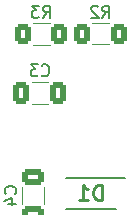
<source format=gbr>
%TF.GenerationSoftware,KiCad,Pcbnew,8.0.1-rc1*%
%TF.CreationDate,2024-10-01T13:14:16-07:00*%
%TF.ProjectId,LM2670-ADJ-Carrier-Set-SMD,4c4d3236-3730-42d4-9144-4a2d43617272,rev?*%
%TF.SameCoordinates,Original*%
%TF.FileFunction,Legend,Bot*%
%TF.FilePolarity,Positive*%
%FSLAX46Y46*%
G04 Gerber Fmt 4.6, Leading zero omitted, Abs format (unit mm)*
G04 Created by KiCad (PCBNEW 8.0.1-rc1) date 2024-10-01 13:14:16*
%MOMM*%
%LPD*%
G01*
G04 APERTURE LIST*
G04 Aperture macros list*
%AMRoundRect*
0 Rectangle with rounded corners*
0 $1 Rounding radius*
0 $2 $3 $4 $5 $6 $7 $8 $9 X,Y pos of 4 corners*
0 Add a 4 corners polygon primitive as box body*
4,1,4,$2,$3,$4,$5,$6,$7,$8,$9,$2,$3,0*
0 Add four circle primitives for the rounded corners*
1,1,$1+$1,$2,$3*
1,1,$1+$1,$4,$5*
1,1,$1+$1,$6,$7*
1,1,$1+$1,$8,$9*
0 Add four rect primitives between the rounded corners*
20,1,$1+$1,$2,$3,$4,$5,0*
20,1,$1+$1,$4,$5,$6,$7,0*
20,1,$1+$1,$6,$7,$8,$9,0*
20,1,$1+$1,$8,$9,$2,$3,0*%
G04 Aperture macros list end*
%ADD10C,0.150000*%
%ADD11C,0.254000*%
%ADD12C,0.120000*%
%ADD13C,0.200000*%
%ADD14RoundRect,0.250000X0.400000X0.625000X-0.400000X0.625000X-0.400000X-0.625000X0.400000X-0.625000X0*%
%ADD15R,1.450000X1.490000*%
%ADD16RoundRect,0.250000X-0.650000X0.412500X-0.650000X-0.412500X0.650000X-0.412500X0.650000X0.412500X0*%
%ADD17RoundRect,0.250000X0.412500X0.650000X-0.412500X0.650000X-0.412500X-0.650000X0.412500X-0.650000X0*%
%ADD18R,1.700000X1.700000*%
%ADD19O,1.700000X1.700000*%
%ADD20R,1.600000X1.600000*%
%ADD21C,1.600000*%
G04 APERTURE END LIST*
D10*
X139882733Y-88615909D02*
X140216066Y-88139718D01*
X140454161Y-88615909D02*
X140454161Y-87615909D01*
X140454161Y-87615909D02*
X140073209Y-87615909D01*
X140073209Y-87615909D02*
X139977971Y-87663528D01*
X139977971Y-87663528D02*
X139930352Y-87711147D01*
X139930352Y-87711147D02*
X139882733Y-87806385D01*
X139882733Y-87806385D02*
X139882733Y-87949242D01*
X139882733Y-87949242D02*
X139930352Y-88044480D01*
X139930352Y-88044480D02*
X139977971Y-88092099D01*
X139977971Y-88092099D02*
X140073209Y-88139718D01*
X140073209Y-88139718D02*
X140454161Y-88139718D01*
X139549399Y-87615909D02*
X138930352Y-87615909D01*
X138930352Y-87615909D02*
X139263685Y-87996861D01*
X139263685Y-87996861D02*
X139120828Y-87996861D01*
X139120828Y-87996861D02*
X139025590Y-88044480D01*
X139025590Y-88044480D02*
X138977971Y-88092099D01*
X138977971Y-88092099D02*
X138930352Y-88187337D01*
X138930352Y-88187337D02*
X138930352Y-88425432D01*
X138930352Y-88425432D02*
X138977971Y-88520670D01*
X138977971Y-88520670D02*
X139025590Y-88568290D01*
X139025590Y-88568290D02*
X139120828Y-88615909D01*
X139120828Y-88615909D02*
X139406542Y-88615909D01*
X139406542Y-88615909D02*
X139501780Y-88568290D01*
X139501780Y-88568290D02*
X139549399Y-88520670D01*
X144910998Y-88610062D02*
X145244331Y-88133871D01*
X145482426Y-88610062D02*
X145482426Y-87610062D01*
X145482426Y-87610062D02*
X145101474Y-87610062D01*
X145101474Y-87610062D02*
X145006236Y-87657681D01*
X145006236Y-87657681D02*
X144958617Y-87705300D01*
X144958617Y-87705300D02*
X144910998Y-87800538D01*
X144910998Y-87800538D02*
X144910998Y-87943395D01*
X144910998Y-87943395D02*
X144958617Y-88038633D01*
X144958617Y-88038633D02*
X145006236Y-88086252D01*
X145006236Y-88086252D02*
X145101474Y-88133871D01*
X145101474Y-88133871D02*
X145482426Y-88133871D01*
X144530045Y-87705300D02*
X144482426Y-87657681D01*
X144482426Y-87657681D02*
X144387188Y-87610062D01*
X144387188Y-87610062D02*
X144149093Y-87610062D01*
X144149093Y-87610062D02*
X144053855Y-87657681D01*
X144053855Y-87657681D02*
X144006236Y-87705300D01*
X144006236Y-87705300D02*
X143958617Y-87800538D01*
X143958617Y-87800538D02*
X143958617Y-87895776D01*
X143958617Y-87895776D02*
X144006236Y-88038633D01*
X144006236Y-88038633D02*
X144577664Y-88610062D01*
X144577664Y-88610062D02*
X143958617Y-88610062D01*
D11*
X144875448Y-104065262D02*
X144875448Y-102795262D01*
X144875448Y-102795262D02*
X144573067Y-102795262D01*
X144573067Y-102795262D02*
X144391638Y-102855738D01*
X144391638Y-102855738D02*
X144270686Y-102976690D01*
X144270686Y-102976690D02*
X144210209Y-103097643D01*
X144210209Y-103097643D02*
X144149733Y-103339547D01*
X144149733Y-103339547D02*
X144149733Y-103520976D01*
X144149733Y-103520976D02*
X144210209Y-103762881D01*
X144210209Y-103762881D02*
X144270686Y-103883833D01*
X144270686Y-103883833D02*
X144391638Y-104004786D01*
X144391638Y-104004786D02*
X144573067Y-104065262D01*
X144573067Y-104065262D02*
X144875448Y-104065262D01*
X142940209Y-104065262D02*
X143665924Y-104065262D01*
X143303067Y-104065262D02*
X143303067Y-102795262D01*
X143303067Y-102795262D02*
X143424019Y-102976690D01*
X143424019Y-102976690D02*
X143544971Y-103097643D01*
X143544971Y-103097643D02*
X143665924Y-103158119D01*
D10*
X137522724Y-103518983D02*
X137570344Y-103471364D01*
X137570344Y-103471364D02*
X137617963Y-103328507D01*
X137617963Y-103328507D02*
X137617963Y-103233269D01*
X137617963Y-103233269D02*
X137570344Y-103090412D01*
X137570344Y-103090412D02*
X137475105Y-102995174D01*
X137475105Y-102995174D02*
X137379867Y-102947555D01*
X137379867Y-102947555D02*
X137189391Y-102899936D01*
X137189391Y-102899936D02*
X137046534Y-102899936D01*
X137046534Y-102899936D02*
X136856058Y-102947555D01*
X136856058Y-102947555D02*
X136760820Y-102995174D01*
X136760820Y-102995174D02*
X136665582Y-103090412D01*
X136665582Y-103090412D02*
X136617963Y-103233269D01*
X136617963Y-103233269D02*
X136617963Y-103328507D01*
X136617963Y-103328507D02*
X136665582Y-103471364D01*
X136665582Y-103471364D02*
X136713201Y-103518983D01*
X136951296Y-104376126D02*
X137617963Y-104376126D01*
X136570344Y-104138031D02*
X137284629Y-103899936D01*
X137284629Y-103899936D02*
X137284629Y-104518983D01*
X139779250Y-93487497D02*
X139826869Y-93535117D01*
X139826869Y-93535117D02*
X139969726Y-93582736D01*
X139969726Y-93582736D02*
X140064964Y-93582736D01*
X140064964Y-93582736D02*
X140207821Y-93535117D01*
X140207821Y-93535117D02*
X140303059Y-93439878D01*
X140303059Y-93439878D02*
X140350678Y-93344640D01*
X140350678Y-93344640D02*
X140398297Y-93154164D01*
X140398297Y-93154164D02*
X140398297Y-93011307D01*
X140398297Y-93011307D02*
X140350678Y-92820831D01*
X140350678Y-92820831D02*
X140303059Y-92725593D01*
X140303059Y-92725593D02*
X140207821Y-92630355D01*
X140207821Y-92630355D02*
X140064964Y-92582736D01*
X140064964Y-92582736D02*
X139969726Y-92582736D01*
X139969726Y-92582736D02*
X139826869Y-92630355D01*
X139826869Y-92630355D02*
X139779250Y-92677974D01*
X139445916Y-92582736D02*
X138826869Y-92582736D01*
X138826869Y-92582736D02*
X139160202Y-92963688D01*
X139160202Y-92963688D02*
X139017345Y-92963688D01*
X139017345Y-92963688D02*
X138922107Y-93011307D01*
X138922107Y-93011307D02*
X138874488Y-93058926D01*
X138874488Y-93058926D02*
X138826869Y-93154164D01*
X138826869Y-93154164D02*
X138826869Y-93392259D01*
X138826869Y-93392259D02*
X138874488Y-93487497D01*
X138874488Y-93487497D02*
X138922107Y-93535117D01*
X138922107Y-93535117D02*
X139017345Y-93582736D01*
X139017345Y-93582736D02*
X139303059Y-93582736D01*
X139303059Y-93582736D02*
X139398297Y-93535117D01*
X139398297Y-93535117D02*
X139445916Y-93487497D01*
D12*
%TO.C,R3*%
X138989003Y-89071090D02*
X140443131Y-89071090D01*
X138989003Y-90891090D02*
X140443131Y-90891090D01*
%TO.C,R2*%
X144017268Y-89065243D02*
X145471396Y-89065243D01*
X144017268Y-90885243D02*
X145471396Y-90885243D01*
D13*
%TO.C,D1*%
X141813067Y-102190944D02*
X146838067Y-102190944D01*
X141813067Y-104790944D02*
X146063067Y-104790944D01*
D12*
%TO.C,C4*%
X138103144Y-104396902D02*
X138103144Y-102974398D01*
X139923144Y-104396902D02*
X139923144Y-102974398D01*
%TO.C,C3*%
X138901332Y-94067917D02*
X140323836Y-94067917D01*
X138901332Y-95887917D02*
X140323836Y-95887917D01*
%TD*%
%LPC*%
D14*
%TO.C,R3*%
X141266067Y-89981090D03*
X138166067Y-89981090D03*
%TD*%
%TO.C,R2*%
X146294332Y-89975243D03*
X143194332Y-89975243D03*
%TD*%
D15*
%TO.C,D1*%
X146113067Y-103490944D03*
X141763067Y-103490944D03*
%TD*%
D16*
%TO.C,C4*%
X139013144Y-102123150D03*
X139013144Y-105248150D03*
%TD*%
D17*
%TO.C,C3*%
X141175084Y-94977917D03*
X138050084Y-94977917D03*
%TD*%
D18*
%TO.C,J1*%
X153109449Y-101617000D03*
D19*
X153109449Y-99077000D03*
X153109449Y-96537000D03*
%TD*%
D20*
%TO.C,C5*%
X138049386Y-107482969D03*
D21*
X143049386Y-107482969D03*
%TD*%
D20*
%TO.C,C2*%
X148158263Y-103439855D03*
D21*
X148158263Y-105939855D03*
%TD*%
D20*
%TO.C,C1*%
X153150694Y-89852484D03*
D21*
X150650694Y-89852484D03*
%TD*%
%LPD*%
M02*

</source>
